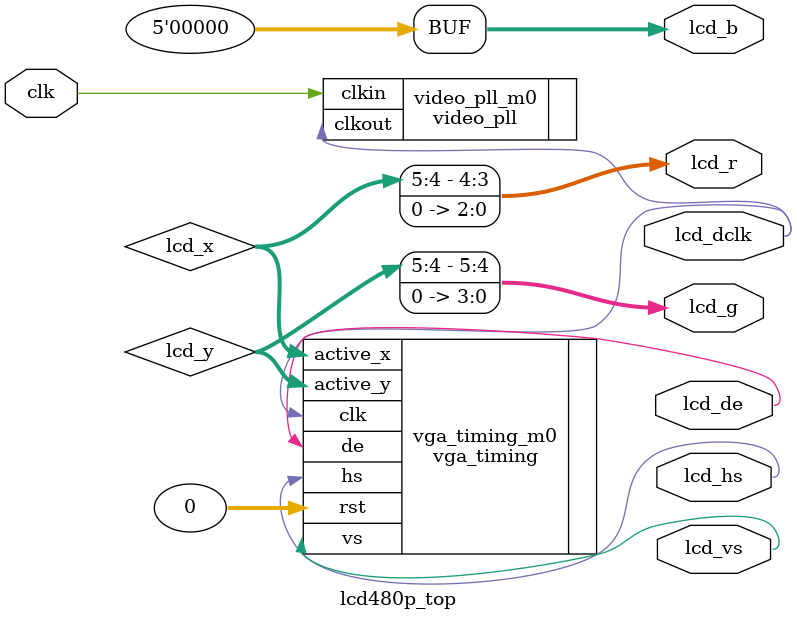
<source format=v>
module lcd480p_top (
	input clk,    // Clock
	
	output              lcd_dclk,	
	output              lcd_hs,    //lcd horizontal synchronization
	output              lcd_vs,    //lcd vertical synchronization        
	output              lcd_de,    //lcd data enable     
	output 	  [4:0]     lcd_r,     //lcd red
	output 	  [5:0]     lcd_g,     //lcd green
	output 	  [4:0]     lcd_b	   //lcd blue
);

wire [9:0] lcd_x,lcd_y;

assign {lcd_r,lcd_g,lcd_b} = {lcd_x[5:4],3'b000,lcd_y[5:4],9'd0};

video_pll video_pll_m0(
	.clkin  	(clk 		),
	.clkout 	(lcd_dclk 	)
	);

vga_timing vga_timing_m0(
	.clk  		(lcd_dclk 	),
	.rst  		(0 			),
	.active_x 	(lcd_x 		),
	.active_y 	(lcd_y 		),
	.hs  		(lcd_hs 	),
	.vs  		(lcd_vs 	),
	.de  		(lcd_de 	)
	);

endmodule
</source>
